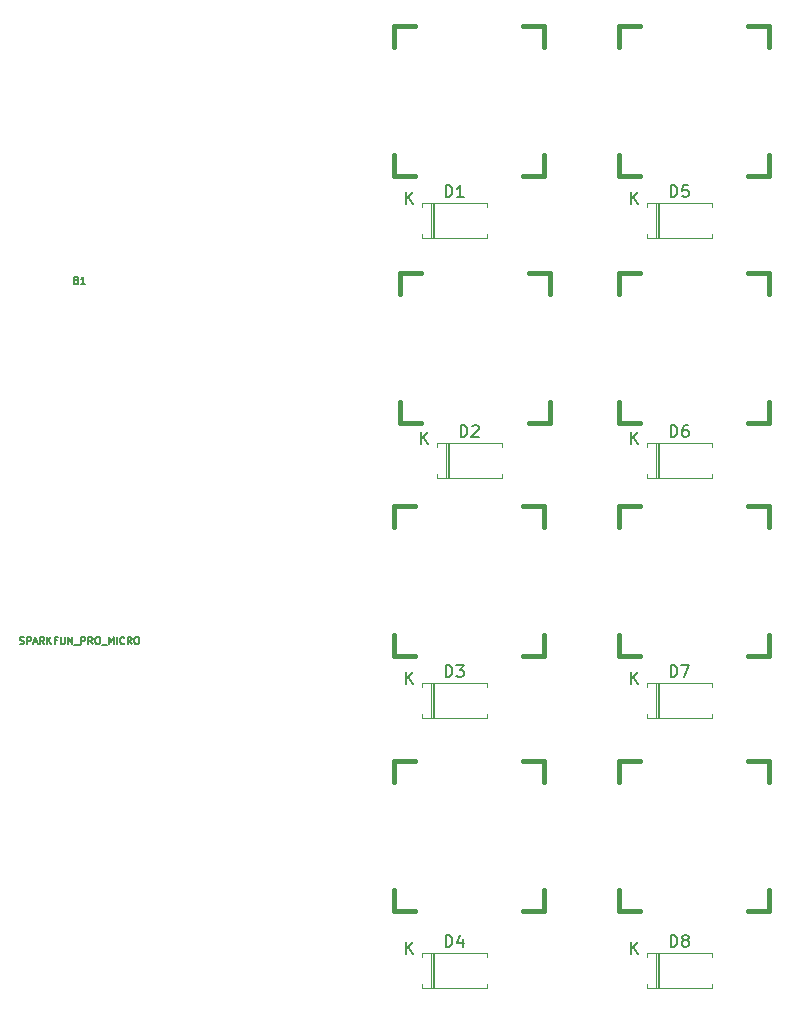
<source format=gto>
G04 #@! TF.GenerationSoftware,KiCad,Pcbnew,5.1.5-5.1.5*
G04 #@! TF.CreationDate,2020-03-08T16:14:12+01:00*
G04 #@! TF.ProjectId,pcb,7063622e-6b69-4636-9164-5f7063625858,rev?*
G04 #@! TF.SameCoordinates,Original*
G04 #@! TF.FileFunction,Legend,Top*
G04 #@! TF.FilePolarity,Positive*
%FSLAX46Y46*%
G04 Gerber Fmt 4.6, Leading zero omitted, Abs format (unit mm)*
G04 Created by KiCad (PCBNEW 5.1.5-5.1.5) date 2020-03-08 16:14:12*
%MOMM*%
%LPD*%
G04 APERTURE LIST*
%ADD10C,0.120000*%
%ADD11C,0.381000*%
%ADD12C,0.127000*%
%ADD13C,0.150000*%
G04 APERTURE END LIST*
D10*
X55700000Y-53470000D02*
X55700000Y-53140000D01*
X55700000Y-53140000D02*
X61140000Y-53140000D01*
X61140000Y-53140000D02*
X61140000Y-53470000D01*
X55700000Y-55750000D02*
X55700000Y-56080000D01*
X55700000Y-56080000D02*
X61140000Y-56080000D01*
X61140000Y-56080000D02*
X61140000Y-55750000D01*
X56600000Y-53140000D02*
X56600000Y-56080000D01*
X56720000Y-53140000D02*
X56720000Y-56080000D01*
X56480000Y-53140000D02*
X56480000Y-56080000D01*
X55210000Y-32820000D02*
X55210000Y-35760000D01*
X55450000Y-32820000D02*
X55450000Y-35760000D01*
X55330000Y-32820000D02*
X55330000Y-35760000D01*
X59870000Y-35760000D02*
X59870000Y-35430000D01*
X54430000Y-35760000D02*
X59870000Y-35760000D01*
X54430000Y-35430000D02*
X54430000Y-35760000D01*
X59870000Y-32820000D02*
X59870000Y-33150000D01*
X54430000Y-32820000D02*
X59870000Y-32820000D01*
X54430000Y-33150000D02*
X54430000Y-32820000D01*
X55210000Y-73460000D02*
X55210000Y-76400000D01*
X55450000Y-73460000D02*
X55450000Y-76400000D01*
X55330000Y-73460000D02*
X55330000Y-76400000D01*
X59870000Y-76400000D02*
X59870000Y-76070000D01*
X54430000Y-76400000D02*
X59870000Y-76400000D01*
X54430000Y-76070000D02*
X54430000Y-76400000D01*
X59870000Y-73460000D02*
X59870000Y-73790000D01*
X54430000Y-73460000D02*
X59870000Y-73460000D01*
X54430000Y-73790000D02*
X54430000Y-73460000D01*
X54430000Y-96650000D02*
X54430000Y-96320000D01*
X54430000Y-96320000D02*
X59870000Y-96320000D01*
X59870000Y-96320000D02*
X59870000Y-96650000D01*
X54430000Y-98930000D02*
X54430000Y-99260000D01*
X54430000Y-99260000D02*
X59870000Y-99260000D01*
X59870000Y-99260000D02*
X59870000Y-98930000D01*
X55330000Y-96320000D02*
X55330000Y-99260000D01*
X55450000Y-96320000D02*
X55450000Y-99260000D01*
X55210000Y-96320000D02*
X55210000Y-99260000D01*
X74260000Y-32820000D02*
X74260000Y-35760000D01*
X74500000Y-32820000D02*
X74500000Y-35760000D01*
X74380000Y-32820000D02*
X74380000Y-35760000D01*
X78920000Y-35760000D02*
X78920000Y-35430000D01*
X73480000Y-35760000D02*
X78920000Y-35760000D01*
X73480000Y-35430000D02*
X73480000Y-35760000D01*
X78920000Y-32820000D02*
X78920000Y-33150000D01*
X73480000Y-32820000D02*
X78920000Y-32820000D01*
X73480000Y-33150000D02*
X73480000Y-32820000D01*
X73480000Y-53470000D02*
X73480000Y-53140000D01*
X73480000Y-53140000D02*
X78920000Y-53140000D01*
X78920000Y-53140000D02*
X78920000Y-53470000D01*
X73480000Y-55750000D02*
X73480000Y-56080000D01*
X73480000Y-56080000D02*
X78920000Y-56080000D01*
X78920000Y-56080000D02*
X78920000Y-55750000D01*
X74380000Y-53140000D02*
X74380000Y-56080000D01*
X74500000Y-53140000D02*
X74500000Y-56080000D01*
X74260000Y-53140000D02*
X74260000Y-56080000D01*
X74260000Y-73460000D02*
X74260000Y-76400000D01*
X74500000Y-73460000D02*
X74500000Y-76400000D01*
X74380000Y-73460000D02*
X74380000Y-76400000D01*
X78920000Y-76400000D02*
X78920000Y-76070000D01*
X73480000Y-76400000D02*
X78920000Y-76400000D01*
X73480000Y-76070000D02*
X73480000Y-76400000D01*
X78920000Y-73460000D02*
X78920000Y-73790000D01*
X73480000Y-73460000D02*
X78920000Y-73460000D01*
X73480000Y-73790000D02*
X73480000Y-73460000D01*
X73480000Y-96650000D02*
X73480000Y-96320000D01*
X73480000Y-96320000D02*
X78920000Y-96320000D01*
X78920000Y-96320000D02*
X78920000Y-96650000D01*
X73480000Y-98930000D02*
X73480000Y-99260000D01*
X73480000Y-99260000D02*
X78920000Y-99260000D01*
X78920000Y-99260000D02*
X78920000Y-98930000D01*
X74380000Y-96320000D02*
X74380000Y-99260000D01*
X74500000Y-96320000D02*
X74500000Y-99260000D01*
X74260000Y-96320000D02*
X74260000Y-99260000D01*
D11*
X52504201Y-38684201D02*
X54282201Y-38684201D01*
X63426201Y-38684201D02*
X65204201Y-38684201D01*
X65204201Y-38684201D02*
X65204201Y-40462201D01*
X65204201Y-49606201D02*
X65204201Y-51384201D01*
X65204201Y-51384201D02*
X63426201Y-51384201D01*
X54282201Y-51384201D02*
X52504201Y-51384201D01*
X52504201Y-51384201D02*
X52504201Y-49606201D01*
X52504201Y-40462201D02*
X52504201Y-38684201D01*
X52070000Y-17780000D02*
X53848000Y-17780000D01*
X62992000Y-17780000D02*
X64770000Y-17780000D01*
X64770000Y-17780000D02*
X64770000Y-19558000D01*
X64770000Y-28702000D02*
X64770000Y-30480000D01*
X64770000Y-30480000D02*
X62992000Y-30480000D01*
X53848000Y-30480000D02*
X52070000Y-30480000D01*
X52070000Y-30480000D02*
X52070000Y-28702000D01*
X52070000Y-19558000D02*
X52070000Y-17780000D01*
X52070000Y-60198000D02*
X52070000Y-58420000D01*
X52070000Y-71120000D02*
X52070000Y-69342000D01*
X53848000Y-71120000D02*
X52070000Y-71120000D01*
X64770000Y-71120000D02*
X62992000Y-71120000D01*
X64770000Y-69342000D02*
X64770000Y-71120000D01*
X64770000Y-58420000D02*
X64770000Y-60198000D01*
X62992000Y-58420000D02*
X64770000Y-58420000D01*
X52070000Y-58420000D02*
X53848000Y-58420000D01*
X52070000Y-81788000D02*
X52070000Y-80010000D01*
X52070000Y-92710000D02*
X52070000Y-90932000D01*
X53848000Y-92710000D02*
X52070000Y-92710000D01*
X64770000Y-92710000D02*
X62992000Y-92710000D01*
X64770000Y-90932000D02*
X64770000Y-92710000D01*
X64770000Y-80010000D02*
X64770000Y-81788000D01*
X62992000Y-80010000D02*
X64770000Y-80010000D01*
X52070000Y-80010000D02*
X53848000Y-80010000D01*
X71120000Y-17780000D02*
X72898000Y-17780000D01*
X82042000Y-17780000D02*
X83820000Y-17780000D01*
X83820000Y-17780000D02*
X83820000Y-19558000D01*
X83820000Y-28702000D02*
X83820000Y-30480000D01*
X83820000Y-30480000D02*
X82042000Y-30480000D01*
X72898000Y-30480000D02*
X71120000Y-30480000D01*
X71120000Y-30480000D02*
X71120000Y-28702000D01*
X71120000Y-19558000D02*
X71120000Y-17780000D01*
X71120000Y-40462201D02*
X71120000Y-38684201D01*
X71120000Y-51384201D02*
X71120000Y-49606201D01*
X72898000Y-51384201D02*
X71120000Y-51384201D01*
X83820000Y-51384201D02*
X82042000Y-51384201D01*
X83820000Y-49606201D02*
X83820000Y-51384201D01*
X83820000Y-38684201D02*
X83820000Y-40462201D01*
X82042000Y-38684201D02*
X83820000Y-38684201D01*
X71120000Y-38684201D02*
X72898000Y-38684201D01*
X71120000Y-58420000D02*
X72898000Y-58420000D01*
X82042000Y-58420000D02*
X83820000Y-58420000D01*
X83820000Y-58420000D02*
X83820000Y-60198000D01*
X83820000Y-69342000D02*
X83820000Y-71120000D01*
X83820000Y-71120000D02*
X82042000Y-71120000D01*
X72898000Y-71120000D02*
X71120000Y-71120000D01*
X71120000Y-71120000D02*
X71120000Y-69342000D01*
X71120000Y-60198000D02*
X71120000Y-58420000D01*
X71120000Y-81788000D02*
X71120000Y-80010000D01*
X71120000Y-92710000D02*
X71120000Y-90932000D01*
X72898000Y-92710000D02*
X71120000Y-92710000D01*
X83820000Y-92710000D02*
X82042000Y-92710000D01*
X83820000Y-90932000D02*
X83820000Y-92710000D01*
X83820000Y-80010000D02*
X83820000Y-81788000D01*
X82042000Y-80010000D02*
X83820000Y-80010000D01*
X71120000Y-80010000D02*
X72898000Y-80010000D01*
D12*
X25153257Y-39326457D02*
X25240342Y-39355485D01*
X25269371Y-39384514D01*
X25298400Y-39442571D01*
X25298400Y-39529657D01*
X25269371Y-39587714D01*
X25240342Y-39616742D01*
X25182285Y-39645771D01*
X24950057Y-39645771D01*
X24950057Y-39036171D01*
X25153257Y-39036171D01*
X25211314Y-39065200D01*
X25240342Y-39094228D01*
X25269371Y-39152285D01*
X25269371Y-39210342D01*
X25240342Y-39268400D01*
X25211314Y-39297428D01*
X25153257Y-39326457D01*
X24950057Y-39326457D01*
X25878971Y-39645771D02*
X25530628Y-39645771D01*
X25704800Y-39645771D02*
X25704800Y-39036171D01*
X25646742Y-39123257D01*
X25588685Y-39181314D01*
X25530628Y-39210342D01*
X20334514Y-70096742D02*
X20421600Y-70125771D01*
X20566742Y-70125771D01*
X20624800Y-70096742D01*
X20653828Y-70067714D01*
X20682857Y-70009657D01*
X20682857Y-69951600D01*
X20653828Y-69893542D01*
X20624800Y-69864514D01*
X20566742Y-69835485D01*
X20450628Y-69806457D01*
X20392571Y-69777428D01*
X20363542Y-69748400D01*
X20334514Y-69690342D01*
X20334514Y-69632285D01*
X20363542Y-69574228D01*
X20392571Y-69545200D01*
X20450628Y-69516171D01*
X20595771Y-69516171D01*
X20682857Y-69545200D01*
X20944114Y-70125771D02*
X20944114Y-69516171D01*
X21176342Y-69516171D01*
X21234400Y-69545200D01*
X21263428Y-69574228D01*
X21292457Y-69632285D01*
X21292457Y-69719371D01*
X21263428Y-69777428D01*
X21234400Y-69806457D01*
X21176342Y-69835485D01*
X20944114Y-69835485D01*
X21524685Y-69951600D02*
X21814971Y-69951600D01*
X21466628Y-70125771D02*
X21669828Y-69516171D01*
X21873028Y-70125771D01*
X22424571Y-70125771D02*
X22221371Y-69835485D01*
X22076228Y-70125771D02*
X22076228Y-69516171D01*
X22308457Y-69516171D01*
X22366514Y-69545200D01*
X22395542Y-69574228D01*
X22424571Y-69632285D01*
X22424571Y-69719371D01*
X22395542Y-69777428D01*
X22366514Y-69806457D01*
X22308457Y-69835485D01*
X22076228Y-69835485D01*
X22685828Y-70125771D02*
X22685828Y-69516171D01*
X23034171Y-70125771D02*
X22772914Y-69777428D01*
X23034171Y-69516171D02*
X22685828Y-69864514D01*
X23498628Y-69806457D02*
X23295428Y-69806457D01*
X23295428Y-70125771D02*
X23295428Y-69516171D01*
X23585714Y-69516171D01*
X23817942Y-69516171D02*
X23817942Y-70009657D01*
X23846971Y-70067714D01*
X23876000Y-70096742D01*
X23934057Y-70125771D01*
X24050171Y-70125771D01*
X24108228Y-70096742D01*
X24137257Y-70067714D01*
X24166285Y-70009657D01*
X24166285Y-69516171D01*
X24456571Y-70125771D02*
X24456571Y-69516171D01*
X24804914Y-70125771D01*
X24804914Y-69516171D01*
X24950057Y-70183828D02*
X25414514Y-70183828D01*
X25559657Y-70125771D02*
X25559657Y-69516171D01*
X25791885Y-69516171D01*
X25849942Y-69545200D01*
X25878971Y-69574228D01*
X25908000Y-69632285D01*
X25908000Y-69719371D01*
X25878971Y-69777428D01*
X25849942Y-69806457D01*
X25791885Y-69835485D01*
X25559657Y-69835485D01*
X26517600Y-70125771D02*
X26314400Y-69835485D01*
X26169257Y-70125771D02*
X26169257Y-69516171D01*
X26401485Y-69516171D01*
X26459542Y-69545200D01*
X26488571Y-69574228D01*
X26517600Y-69632285D01*
X26517600Y-69719371D01*
X26488571Y-69777428D01*
X26459542Y-69806457D01*
X26401485Y-69835485D01*
X26169257Y-69835485D01*
X26894971Y-69516171D02*
X27011085Y-69516171D01*
X27069142Y-69545200D01*
X27127200Y-69603257D01*
X27156228Y-69719371D01*
X27156228Y-69922571D01*
X27127200Y-70038685D01*
X27069142Y-70096742D01*
X27011085Y-70125771D01*
X26894971Y-70125771D01*
X26836914Y-70096742D01*
X26778857Y-70038685D01*
X26749828Y-69922571D01*
X26749828Y-69719371D01*
X26778857Y-69603257D01*
X26836914Y-69545200D01*
X26894971Y-69516171D01*
X27272342Y-70183828D02*
X27736800Y-70183828D01*
X27881942Y-70125771D02*
X27881942Y-69516171D01*
X28085142Y-69951600D01*
X28288342Y-69516171D01*
X28288342Y-70125771D01*
X28578628Y-70125771D02*
X28578628Y-69516171D01*
X29217257Y-70067714D02*
X29188228Y-70096742D01*
X29101142Y-70125771D01*
X29043085Y-70125771D01*
X28956000Y-70096742D01*
X28897942Y-70038685D01*
X28868914Y-69980628D01*
X28839885Y-69864514D01*
X28839885Y-69777428D01*
X28868914Y-69661314D01*
X28897942Y-69603257D01*
X28956000Y-69545200D01*
X29043085Y-69516171D01*
X29101142Y-69516171D01*
X29188228Y-69545200D01*
X29217257Y-69574228D01*
X29826857Y-70125771D02*
X29623657Y-69835485D01*
X29478514Y-70125771D02*
X29478514Y-69516171D01*
X29710742Y-69516171D01*
X29768800Y-69545200D01*
X29797828Y-69574228D01*
X29826857Y-69632285D01*
X29826857Y-69719371D01*
X29797828Y-69777428D01*
X29768800Y-69806457D01*
X29710742Y-69835485D01*
X29478514Y-69835485D01*
X30204228Y-69516171D02*
X30320342Y-69516171D01*
X30378400Y-69545200D01*
X30436457Y-69603257D01*
X30465485Y-69719371D01*
X30465485Y-69922571D01*
X30436457Y-70038685D01*
X30378400Y-70096742D01*
X30320342Y-70125771D01*
X30204228Y-70125771D01*
X30146171Y-70096742D01*
X30088114Y-70038685D01*
X30059085Y-69922571D01*
X30059085Y-69719371D01*
X30088114Y-69603257D01*
X30146171Y-69545200D01*
X30204228Y-69516171D01*
D13*
X57681904Y-52592380D02*
X57681904Y-51592380D01*
X57920000Y-51592380D01*
X58062857Y-51640000D01*
X58158095Y-51735238D01*
X58205714Y-51830476D01*
X58253333Y-52020952D01*
X58253333Y-52163809D01*
X58205714Y-52354285D01*
X58158095Y-52449523D01*
X58062857Y-52544761D01*
X57920000Y-52592380D01*
X57681904Y-52592380D01*
X58634285Y-51687619D02*
X58681904Y-51640000D01*
X58777142Y-51592380D01*
X59015238Y-51592380D01*
X59110476Y-51640000D01*
X59158095Y-51687619D01*
X59205714Y-51782857D01*
X59205714Y-51878095D01*
X59158095Y-52020952D01*
X58586666Y-52592380D01*
X59205714Y-52592380D01*
X54348095Y-53162380D02*
X54348095Y-52162380D01*
X54919523Y-53162380D02*
X54490952Y-52590952D01*
X54919523Y-52162380D02*
X54348095Y-52733809D01*
X56411904Y-32272380D02*
X56411904Y-31272380D01*
X56650000Y-31272380D01*
X56792857Y-31320000D01*
X56888095Y-31415238D01*
X56935714Y-31510476D01*
X56983333Y-31700952D01*
X56983333Y-31843809D01*
X56935714Y-32034285D01*
X56888095Y-32129523D01*
X56792857Y-32224761D01*
X56650000Y-32272380D01*
X56411904Y-32272380D01*
X57935714Y-32272380D02*
X57364285Y-32272380D01*
X57650000Y-32272380D02*
X57650000Y-31272380D01*
X57554761Y-31415238D01*
X57459523Y-31510476D01*
X57364285Y-31558095D01*
X53078095Y-32842380D02*
X53078095Y-31842380D01*
X53649523Y-32842380D02*
X53220952Y-32270952D01*
X53649523Y-31842380D02*
X53078095Y-32413809D01*
X56411904Y-72912380D02*
X56411904Y-71912380D01*
X56650000Y-71912380D01*
X56792857Y-71960000D01*
X56888095Y-72055238D01*
X56935714Y-72150476D01*
X56983333Y-72340952D01*
X56983333Y-72483809D01*
X56935714Y-72674285D01*
X56888095Y-72769523D01*
X56792857Y-72864761D01*
X56650000Y-72912380D01*
X56411904Y-72912380D01*
X57316666Y-71912380D02*
X57935714Y-71912380D01*
X57602380Y-72293333D01*
X57745238Y-72293333D01*
X57840476Y-72340952D01*
X57888095Y-72388571D01*
X57935714Y-72483809D01*
X57935714Y-72721904D01*
X57888095Y-72817142D01*
X57840476Y-72864761D01*
X57745238Y-72912380D01*
X57459523Y-72912380D01*
X57364285Y-72864761D01*
X57316666Y-72817142D01*
X53078095Y-73482380D02*
X53078095Y-72482380D01*
X53649523Y-73482380D02*
X53220952Y-72910952D01*
X53649523Y-72482380D02*
X53078095Y-73053809D01*
X56411904Y-95772380D02*
X56411904Y-94772380D01*
X56650000Y-94772380D01*
X56792857Y-94820000D01*
X56888095Y-94915238D01*
X56935714Y-95010476D01*
X56983333Y-95200952D01*
X56983333Y-95343809D01*
X56935714Y-95534285D01*
X56888095Y-95629523D01*
X56792857Y-95724761D01*
X56650000Y-95772380D01*
X56411904Y-95772380D01*
X57840476Y-95105714D02*
X57840476Y-95772380D01*
X57602380Y-94724761D02*
X57364285Y-95439047D01*
X57983333Y-95439047D01*
X53078095Y-96342380D02*
X53078095Y-95342380D01*
X53649523Y-96342380D02*
X53220952Y-95770952D01*
X53649523Y-95342380D02*
X53078095Y-95913809D01*
X75461904Y-32272380D02*
X75461904Y-31272380D01*
X75700000Y-31272380D01*
X75842857Y-31320000D01*
X75938095Y-31415238D01*
X75985714Y-31510476D01*
X76033333Y-31700952D01*
X76033333Y-31843809D01*
X75985714Y-32034285D01*
X75938095Y-32129523D01*
X75842857Y-32224761D01*
X75700000Y-32272380D01*
X75461904Y-32272380D01*
X76938095Y-31272380D02*
X76461904Y-31272380D01*
X76414285Y-31748571D01*
X76461904Y-31700952D01*
X76557142Y-31653333D01*
X76795238Y-31653333D01*
X76890476Y-31700952D01*
X76938095Y-31748571D01*
X76985714Y-31843809D01*
X76985714Y-32081904D01*
X76938095Y-32177142D01*
X76890476Y-32224761D01*
X76795238Y-32272380D01*
X76557142Y-32272380D01*
X76461904Y-32224761D01*
X76414285Y-32177142D01*
X72128095Y-32842380D02*
X72128095Y-31842380D01*
X72699523Y-32842380D02*
X72270952Y-32270952D01*
X72699523Y-31842380D02*
X72128095Y-32413809D01*
X75461904Y-52592380D02*
X75461904Y-51592380D01*
X75700000Y-51592380D01*
X75842857Y-51640000D01*
X75938095Y-51735238D01*
X75985714Y-51830476D01*
X76033333Y-52020952D01*
X76033333Y-52163809D01*
X75985714Y-52354285D01*
X75938095Y-52449523D01*
X75842857Y-52544761D01*
X75700000Y-52592380D01*
X75461904Y-52592380D01*
X76890476Y-51592380D02*
X76700000Y-51592380D01*
X76604761Y-51640000D01*
X76557142Y-51687619D01*
X76461904Y-51830476D01*
X76414285Y-52020952D01*
X76414285Y-52401904D01*
X76461904Y-52497142D01*
X76509523Y-52544761D01*
X76604761Y-52592380D01*
X76795238Y-52592380D01*
X76890476Y-52544761D01*
X76938095Y-52497142D01*
X76985714Y-52401904D01*
X76985714Y-52163809D01*
X76938095Y-52068571D01*
X76890476Y-52020952D01*
X76795238Y-51973333D01*
X76604761Y-51973333D01*
X76509523Y-52020952D01*
X76461904Y-52068571D01*
X76414285Y-52163809D01*
X72128095Y-53162380D02*
X72128095Y-52162380D01*
X72699523Y-53162380D02*
X72270952Y-52590952D01*
X72699523Y-52162380D02*
X72128095Y-52733809D01*
X75461904Y-72912380D02*
X75461904Y-71912380D01*
X75700000Y-71912380D01*
X75842857Y-71960000D01*
X75938095Y-72055238D01*
X75985714Y-72150476D01*
X76033333Y-72340952D01*
X76033333Y-72483809D01*
X75985714Y-72674285D01*
X75938095Y-72769523D01*
X75842857Y-72864761D01*
X75700000Y-72912380D01*
X75461904Y-72912380D01*
X76366666Y-71912380D02*
X77033333Y-71912380D01*
X76604761Y-72912380D01*
X72128095Y-73482380D02*
X72128095Y-72482380D01*
X72699523Y-73482380D02*
X72270952Y-72910952D01*
X72699523Y-72482380D02*
X72128095Y-73053809D01*
X75461904Y-95772380D02*
X75461904Y-94772380D01*
X75700000Y-94772380D01*
X75842857Y-94820000D01*
X75938095Y-94915238D01*
X75985714Y-95010476D01*
X76033333Y-95200952D01*
X76033333Y-95343809D01*
X75985714Y-95534285D01*
X75938095Y-95629523D01*
X75842857Y-95724761D01*
X75700000Y-95772380D01*
X75461904Y-95772380D01*
X76604761Y-95200952D02*
X76509523Y-95153333D01*
X76461904Y-95105714D01*
X76414285Y-95010476D01*
X76414285Y-94962857D01*
X76461904Y-94867619D01*
X76509523Y-94820000D01*
X76604761Y-94772380D01*
X76795238Y-94772380D01*
X76890476Y-94820000D01*
X76938095Y-94867619D01*
X76985714Y-94962857D01*
X76985714Y-95010476D01*
X76938095Y-95105714D01*
X76890476Y-95153333D01*
X76795238Y-95200952D01*
X76604761Y-95200952D01*
X76509523Y-95248571D01*
X76461904Y-95296190D01*
X76414285Y-95391428D01*
X76414285Y-95581904D01*
X76461904Y-95677142D01*
X76509523Y-95724761D01*
X76604761Y-95772380D01*
X76795238Y-95772380D01*
X76890476Y-95724761D01*
X76938095Y-95677142D01*
X76985714Y-95581904D01*
X76985714Y-95391428D01*
X76938095Y-95296190D01*
X76890476Y-95248571D01*
X76795238Y-95200952D01*
X72128095Y-96342380D02*
X72128095Y-95342380D01*
X72699523Y-96342380D02*
X72270952Y-95770952D01*
X72699523Y-95342380D02*
X72128095Y-95913809D01*
M02*

</source>
